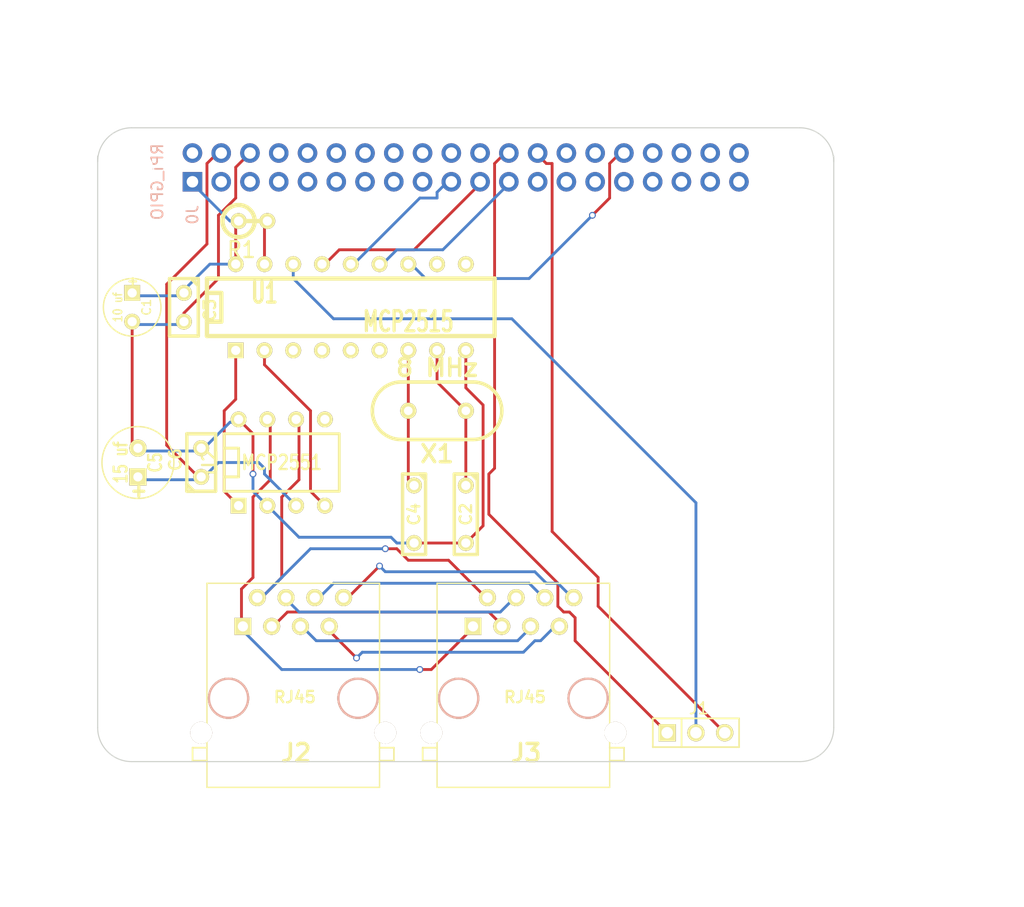
<source format=kicad_pcb>
(kicad_pcb (version 3) (host pcbnew "(2013-june-11)-stable")

  (general
    (links 40)
    (no_connects 0)
    (area 29.28939 20.694 130.847429 101.769)
    (thickness 1.6)
    (drawings 16)
    (tracks 205)
    (zones 0)
    (modules 18)
    (nets 24)
  )

  (page USLetter)
  (title_block 
    (company "Deepwoods Software")
  )

  (layers
    (15 F.Cu signal)
    (0 B.Cu signal)
    (16 B.Adhes user)
    (17 F.Adhes user)
    (18 B.Paste user)
    (19 F.Paste user)
    (20 B.SilkS user)
    (21 F.SilkS user)
    (22 B.Mask user)
    (23 F.Mask user)
    (24 Dwgs.User user)
    (25 Cmts.User user)
    (26 Eco1.User user)
    (27 Eco2.User user)
    (28 Edge.Cuts user)
  )

  (setup
    (last_trace_width 0.25)
    (user_trace_width 0.01)
    (user_trace_width 0.02)
    (user_trace_width 0.05)
    (user_trace_width 0.1)
    (user_trace_width 0.2)
    (trace_clearance 0.2)
    (zone_clearance 0.508)
    (zone_45_only no)
    (trace_min 0.01)
    (segment_width 0.2)
    (edge_width 0.1)
    (via_size 0.6)
    (via_drill 0.4)
    (via_min_size 0.4)
    (via_min_drill 0.3)
    (uvia_size 0.3)
    (uvia_drill 0.1)
    (uvias_allowed no)
    (uvia_min_size 0.2)
    (uvia_min_drill 0.1)
    (pcb_text_width 0.3)
    (pcb_text_size 1.5 1.5)
    (mod_edge_width 0.15)
    (mod_text_size 1 1)
    (mod_text_width 0.15)
    (pad_size 2.75 2.75)
    (pad_drill 2.75)
    (pad_to_mask_clearance 0)
    (aux_axis_origin 0 0)
    (visible_elements 7FFEFFFF)
    (pcbplotparams
      (layerselection 3178497)
      (usegerberextensions false)
      (excludeedgelayer true)
      (linewidth 0.100000)
      (plotframeref false)
      (viasonmask false)
      (mode 1)
      (useauxorigin false)
      (hpglpennumber 1)
      (hpglpenspeed 20)
      (hpglpendiameter 15)
      (hpglpenoverlay 2)
      (psnegative false)
      (psa4output false)
      (plotreference true)
      (plotvalue true)
      (plotothertext true)
      (plotinvisibletext false)
      (padsonsilk false)
      (subtractmaskfromsilk false)
      (outputformat 1)
      (mirror false)
      (drillshape 0)
      (scaleselection 1)
      (outputdirectory meta/))
  )

  (net 0 "")
  (net 1 GND)
  (net 2 N-000001)
  (net 3 N-0000010)
  (net 4 N-0000011)
  (net 5 N-0000012)
  (net 6 N-0000013)
  (net 7 N-0000014)
  (net 8 N-0000015)
  (net 9 N-0000016)
  (net 10 N-0000017)
  (net 11 N-0000018)
  (net 12 N-000002)
  (net 13 N-0000028)
  (net 14 N-0000029)
  (net 15 N-000004)
  (net 16 N-000005)
  (net 17 N-000006)
  (net 18 N-0000060)
  (net 19 N-000007)
  (net 20 N-000008)
  (net 21 N-000009)
  (net 22 VCC)
  (net 23 VDD)

  (net_class Default "This is the default net class."
    (clearance 0.2)
    (trace_width 0.25)
    (via_dia 0.6)
    (via_drill 0.4)
    (uvia_dia 0.3)
    (uvia_drill 0.1)
    (add_net "")
    (add_net GND)
    (add_net N-000001)
    (add_net N-0000010)
    (add_net N-0000011)
    (add_net N-0000012)
    (add_net N-0000013)
    (add_net N-0000014)
    (add_net N-0000015)
    (add_net N-0000016)
    (add_net N-0000017)
    (add_net N-0000018)
    (add_net N-000002)
    (add_net N-0000028)
    (add_net N-0000029)
    (add_net N-000004)
    (add_net N-000005)
    (add_net N-000006)
    (add_net N-0000060)
    (add_net N-000007)
    (add_net N-000008)
    (add_net N-000009)
    (add_net VCC)
    (add_net VDD)
  )

  (module RPi_Hat:Pin_Header_Straight_2x20   locked (layer B.Cu) (tedit 580FA54B) (tstamp 5516AEA0)
    (at 70.601 35.394 90)
    (descr "Through hole pin header")
    (tags "pin header")
    (path /5516AE26)
    (fp_text reference J0 (at -4.191 -24.13 90) (layer B.SilkS)
      (effects (font (size 1 1) (thickness 0.15)) (justify mirror))
    )
    (fp_text value RPi_GPIO (at -1.27 -27.23 90) (layer B.SilkS)
      (effects (font (size 1 1) (thickness 0.15)) (justify mirror))
    )
    (fp_line (start -3.02 -25.88) (end -3.02 25.92) (layer Cmts.User) (width 0.05))
    (fp_line (start 3.03 -25.88) (end 3.03 25.92) (layer Cmts.User) (width 0.05))
    (fp_line (start -3.02 -25.88) (end 3.03 -25.88) (layer Cmts.User) (width 0.05))
    (fp_line (start -3.02 25.92) (end 3.03 25.92) (layer Cmts.User) (width 0.05))
    (fp_line (start 2.54 25.4) (end 2.54 -25.4) (layer Cmts.User) (width 0.15))
    (fp_line (start -2.54 -22.86) (end -2.54 25.4) (layer Cmts.User) (width 0.15))
    (fp_line (start 2.54 25.4) (end -2.54 25.4) (layer Cmts.User) (width 0.15))
    (fp_line (start 2.54 -25.4) (end 0 -25.4) (layer Cmts.User) (width 0.15))
    (fp_line (start -1.27 -25.68) (end -2.82 -25.68) (layer Cmts.User) (width 0.15))
    (fp_line (start 0 -25.4) (end 0 -22.86) (layer Cmts.User) (width 0.15))
    (fp_line (start 0 -22.86) (end -2.54 -22.86) (layer Cmts.User) (width 0.15))
    (fp_line (start -2.82 -25.68) (end -2.82 -24.13) (layer Cmts.User) (width 0.15))
    (pad 1 thru_hole rect (at -1.27 -24.13 90) (size 1.7272 1.7272) (drill 1.016)
      (layers *.Cu *.Mask)
      (net 23 VDD)
    )
    (pad 2 thru_hole oval (at 1.27 -24.13 90) (size 1.7272 1.7272) (drill 1.016)
      (layers *.Cu *.Mask)
    )
    (pad 3 thru_hole oval (at -1.27 -21.59 90) (size 1.7272 1.7272) (drill 1.016)
      (layers *.Cu *.Mask)
    )
    (pad 4 thru_hole oval (at 1.27 -21.59 90) (size 1.7272 1.7272) (drill 1.016)
      (layers *.Cu *.Mask)
      (net 22 VCC)
    )
    (pad 5 thru_hole oval (at -1.27 -19.05 90) (size 1.7272 1.7272) (drill 1.016)
      (layers *.Cu *.Mask)
    )
    (pad 6 thru_hole oval (at 1.27 -19.05 90) (size 1.7272 1.7272) (drill 1.016)
      (layers *.Cu *.Mask)
      (net 1 GND)
    )
    (pad 7 thru_hole oval (at -1.27 -16.51 90) (size 1.7272 1.7272) (drill 1.016)
      (layers *.Cu *.Mask)
    )
    (pad 8 thru_hole oval (at 1.27 -16.51 90) (size 1.7272 1.7272) (drill 1.016)
      (layers *.Cu *.Mask)
    )
    (pad 9 thru_hole oval (at -1.27 -13.97 90) (size 1.7272 1.7272) (drill 1.016)
      (layers *.Cu *.Mask)
    )
    (pad 10 thru_hole oval (at 1.27 -13.97 90) (size 1.7272 1.7272) (drill 1.016)
      (layers *.Cu *.Mask)
    )
    (pad 11 thru_hole oval (at -1.27 -11.43 90) (size 1.7272 1.7272) (drill 1.016)
      (layers *.Cu *.Mask)
    )
    (pad 12 thru_hole oval (at 1.27 -11.43 90) (size 1.7272 1.7272) (drill 1.016)
      (layers *.Cu *.Mask)
    )
    (pad 13 thru_hole oval (at -1.27 -8.89 90) (size 1.7272 1.7272) (drill 1.016)
      (layers *.Cu *.Mask)
    )
    (pad 14 thru_hole oval (at 1.27 -8.89 90) (size 1.7272 1.7272) (drill 1.016)
      (layers *.Cu *.Mask)
    )
    (pad 15 thru_hole oval (at -1.27 -6.35 90) (size 1.7272 1.7272) (drill 1.016)
      (layers *.Cu *.Mask)
    )
    (pad 16 thru_hole oval (at 1.27 -6.35 90) (size 1.7272 1.7272) (drill 1.016)
      (layers *.Cu *.Mask)
    )
    (pad 17 thru_hole oval (at -1.27 -3.81 90) (size 1.7272 1.7272) (drill 1.016)
      (layers *.Cu *.Mask)
    )
    (pad 18 thru_hole oval (at 1.27 -3.81 90) (size 1.7272 1.7272) (drill 1.016)
      (layers *.Cu *.Mask)
    )
    (pad 19 thru_hole oval (at -1.27 -1.27 90) (size 1.7272 1.7272) (drill 1.016)
      (layers *.Cu *.Mask)
      (net 9 N-0000016)
    )
    (pad 20 thru_hole oval (at 1.27 -1.27 90) (size 1.7272 1.7272) (drill 1.016)
      (layers *.Cu *.Mask)
    )
    (pad 21 thru_hole oval (at -1.27 1.27 90) (size 1.7272 1.7272) (drill 1.016)
      (layers *.Cu *.Mask)
      (net 10 N-0000017)
    )
    (pad 22 thru_hole oval (at 1.27 1.27 90) (size 1.7272 1.7272) (drill 1.016)
      (layers *.Cu *.Mask)
    )
    (pad 23 thru_hole oval (at -1.27 3.81 90) (size 1.7272 1.7272) (drill 1.016)
      (layers *.Cu *.Mask)
      (net 8 N-0000015)
    )
    (pad 24 thru_hole oval (at 1.27 3.81 90) (size 1.7272 1.7272) (drill 1.016)
      (layers *.Cu *.Mask)
      (net 17 N-000006)
    )
    (pad 25 thru_hole oval (at -1.27 6.35 90) (size 1.7272 1.7272) (drill 1.016)
      (layers *.Cu *.Mask)
    )
    (pad 26 thru_hole oval (at 1.27 6.35 90) (size 1.7272 1.7272) (drill 1.016)
      (layers *.Cu *.Mask)
      (net 16 N-000005)
    )
    (pad 27 thru_hole oval (at -1.27 8.89 90) (size 1.7272 1.7272) (drill 1.016)
      (layers *.Cu *.Mask)
    )
    (pad 28 thru_hole oval (at 1.27 8.89 90) (size 1.7272 1.7272) (drill 1.016)
      (layers *.Cu *.Mask)
    )
    (pad 29 thru_hole oval (at -1.27 11.43 90) (size 1.7272 1.7272) (drill 1.016)
      (layers *.Cu *.Mask)
    )
    (pad 30 thru_hole oval (at 1.27 11.43 90) (size 1.7272 1.7272) (drill 1.016)
      (layers *.Cu *.Mask)
    )
    (pad 31 thru_hole oval (at -1.27 13.97 90) (size 1.7272 1.7272) (drill 1.016)
      (layers *.Cu *.Mask)
    )
    (pad 32 thru_hole oval (at 1.27 13.97 90) (size 1.7272 1.7272) (drill 1.016)
      (layers *.Cu *.Mask)
      (net 15 N-000004)
    )
    (pad 33 thru_hole oval (at -1.27 16.51 90) (size 1.7272 1.7272) (drill 1.016)
      (layers *.Cu *.Mask)
    )
    (pad 34 thru_hole oval (at 1.27 16.51 90) (size 1.7272 1.7272) (drill 1.016)
      (layers *.Cu *.Mask)
    )
    (pad 35 thru_hole oval (at -1.27 19.05 90) (size 1.7272 1.7272) (drill 1.016)
      (layers *.Cu *.Mask)
    )
    (pad 36 thru_hole oval (at 1.27 19.05 90) (size 1.7272 1.7272) (drill 1.016)
      (layers *.Cu *.Mask)
    )
    (pad 37 thru_hole oval (at -1.27 21.59 90) (size 1.7272 1.7272) (drill 1.016)
      (layers *.Cu *.Mask)
    )
    (pad 38 thru_hole oval (at 1.27 21.59 90) (size 1.7272 1.7272) (drill 1.016)
      (layers *.Cu *.Mask)
    )
    (pad 39 thru_hole oval (at -1.27 24.13 90) (size 1.7272 1.7272) (drill 1.016)
      (layers *.Cu *.Mask)
    )
    (pad 40 thru_hole oval (at 1.27 24.13 90) (size 1.7272 1.7272) (drill 1.016)
      (layers *.Cu *.Mask)
    )
    (model Pin_Headers.3dshapes/Pin_Header_Straight_2x20.wrl
      (at (xyz 0 0 0))
      (scale (xyz 1 1 1))
      (rotate (xyz 0 0 90))
    )
  )

  (module RPi_Hat:RPi_Hat_Mounting_Hole   locked (layer B.Cu) (tedit 580FABD5) (tstamp 5515DEA9)
    (at 99.601 35.394)
    (descr "Mounting hole, Befestigungsbohrung, 2,7mm, No Annular, Kein Restring,")
    (tags "Mounting hole, Befestigungsbohrung, 2,7mm, No Annular, Kein Restring,")
    (fp_text reference H2 (at 0 -4.0005) (layer B.SilkS) hide
      (effects (font (size 1 1) (thickness 0.15)) (justify mirror))
    )
    (fp_text value "" (at 0.09906 3.59918) (layer B.SilkS) hide
      (effects (font (size 1 1) (thickness 0.15)) (justify mirror))
    )
    (fp_circle (center 0 0) (end 1.375 0) (layer Cmts.User) (width 0.15))
    (fp_circle (center 0 0) (end 3.1 0) (layer Cmts.User) (width 0.15))
    (fp_circle (center 0 0) (end 3.1 0) (layer Cmts.User) (width 0.15))
    (fp_circle (center 0 0) (end 1.375 0) (layer Cmts.User) (width 0.15))
    (fp_circle (center 0 0) (end 3.1 0) (layer Cmts.User) (width 0.15))
    (fp_circle (center 0 0) (end 3.1 0) (layer Cmts.User) (width 0.15))
    (pad "" np_thru_hole circle (at 0 0) (size 2.75 2.75) (drill 2.75)
      (layers *.Cu *.Mask)
      (solder_mask_margin 1.725)
      (clearance 1.725)
    )
  )

  (module RPi_Hat:RPi_Hat_Mounting_Hole   locked (layer B.Cu) (tedit 580FABF4) (tstamp 55169DC9)
    (at 99.601 84.394)
    (descr "Mounting hole, Befestigungsbohrung, 2,7mm, No Annular, Kein Restring,")
    (tags "Mounting hole, Befestigungsbohrung, 2,7mm, No Annular, Kein Restring,")
    (fp_text reference H4 (at 0 -4.0005) (layer B.SilkS) hide
      (effects (font (size 1 1) (thickness 0.15)) (justify mirror))
    )
    (fp_text value "" (at 0.09906 3.59918) (layer B.SilkS) hide
      (effects (font (size 1 1) (thickness 0.15)) (justify mirror))
    )
    (fp_circle (center 0 0) (end 1.375 0) (layer Cmts.User) (width 0.15))
    (fp_circle (center 0 0) (end 3.1 0) (layer Cmts.User) (width 0.15))
    (fp_circle (center 0 0) (end 3.1 0) (layer Cmts.User) (width 0.15))
    (fp_circle (center 0 0) (end 1.375 0) (layer Cmts.User) (width 0.15))
    (fp_circle (center 0 0) (end 3.1 0) (layer Cmts.User) (width 0.15))
    (fp_circle (center 0 0) (end 3.1 0) (layer Cmts.User) (width 0.15))
    (pad "" np_thru_hole circle (at 0 0) (size 2.75 2.75) (drill 2.75)
      (layers *.Cu *.Mask)
      (solder_mask_margin 1.725)
      (clearance 1.725)
    )
  )

  (module RPi_Hat:RPi_Hat_Mounting_Hole   locked (layer B.Cu) (tedit 580FABE5) (tstamp 5515DECC)
    (at 41.601 84.394)
    (descr "Mounting hole, Befestigungsbohrung, 2,7mm, No Annular, Kein Restring,")
    (tags "Mounting hole, Befestigungsbohrung, 2,7mm, No Annular, Kein Restring,")
    (fp_text reference H3 (at 0 -4.0005) (layer B.SilkS) hide
      (effects (font (size 1 1) (thickness 0.15)) (justify mirror))
    )
    (fp_text value "" (at 0.09906 3.59918) (layer B.SilkS) hide
      (effects (font (size 1 1) (thickness 0.15)) (justify mirror))
    )
    (fp_circle (center 0 0) (end 1.375 0) (layer Cmts.User) (width 0.15))
    (fp_circle (center 0 0) (end 3.1 0) (layer Cmts.User) (width 0.15))
    (fp_circle (center 0 0) (end 3.1 0) (layer Cmts.User) (width 0.15))
    (fp_circle (center 0 0) (end 1.375 0) (layer Cmts.User) (width 0.15))
    (fp_circle (center 0 0) (end 3.1 0) (layer Cmts.User) (width 0.15))
    (fp_circle (center 0 0) (end 3.1 0) (layer Cmts.User) (width 0.15))
    (pad "" np_thru_hole circle (at 0 0) (size 2.75 2.75) (drill 2.75)
      (layers *.Cu *.Mask)
      (solder_mask_margin 1.725)
      (clearance 1.725)
    )
  )

  (module RPi_Hat:RPi_Hat_Mounting_Hole   locked (layer B.Cu) (tedit 580FABC5) (tstamp 5515DEBF)
    (at 41.601 35.394)
    (descr "Mounting hole, Befestigungsbohrung, 2,7mm, No Annular, Kein Restring,")
    (tags "Mounting hole, Befestigungsbohrung, 2,7mm, No Annular, Kein Restring,")
    (fp_text reference H1 (at 0 -4.0005) (layer B.SilkS) hide
      (effects (font (size 1 1) (thickness 0.15)) (justify mirror))
    )
    (fp_text value "" (at 0.09906 3.59918) (layer B.SilkS) hide
      (effects (font (size 1 1) (thickness 0.15)) (justify mirror))
    )
    (fp_circle (center 0 0) (end 1.375 0) (layer Cmts.User) (width 0.15))
    (fp_circle (center 0 0) (end 3.1 0) (layer Cmts.User) (width 0.15))
    (fp_circle (center 0 0) (end 3.1 0) (layer Cmts.User) (width 0.15))
    (fp_circle (center 0 0) (end 1.375 0) (layer Cmts.User) (width 0.15))
    (fp_circle (center 0 0) (end 3.1 0) (layer Cmts.User) (width 0.15))
    (fp_circle (center 0 0) (end 3.1 0) (layer Cmts.User) (width 0.15))
    (pad "" np_thru_hole circle (at 0 0) (size 2.75 2.75) (drill 2.75)
      (layers *.Cu *.Mask)
      (solder_mask_margin 1.725)
      (clearance 1.725)
    )
  )

  (module R1 (layer F.Cu) (tedit 200000) (tstamp 58F90F6F)
    (at 51.816 40.132)
    (descr "Resistance verticale")
    (tags R)
    (path /58F8C5D7)
    (autoplace_cost90 10)
    (autoplace_cost180 10)
    (fp_text reference R1 (at -1.016 2.54) (layer F.SilkS)
      (effects (font (size 1.397 1.27) (thickness 0.2032)))
    )
    (fp_text value "10K Ohms" (at -1.143 2.54) (layer F.SilkS) hide
      (effects (font (size 1.397 1.27) (thickness 0.2032)))
    )
    (fp_line (start -1.27 0) (end 1.27 0) (layer F.SilkS) (width 0.381))
    (fp_circle (center -1.27 0) (end -0.635 1.27) (layer F.SilkS) (width 0.381))
    (pad 1 thru_hole circle (at -1.27 0) (size 1.397 1.397) (drill 0.8128)
      (layers *.Cu *.Mask F.SilkS)
      (net 23 VDD)
    )
    (pad 2 thru_hole circle (at 1.27 0) (size 1.397 1.397) (drill 0.8128)
      (layers *.Cu *.Mask F.SilkS)
      (net 18 N-0000060)
    )
    (model discret/verti_resistor.wrl
      (at (xyz 0 0 0))
      (scale (xyz 1 1 1))
      (rotate (xyz 0 0 0))
    )
  )

  (module PIN_ARRAY_3X1 (layer F.Cu) (tedit 4C1130E0) (tstamp 58F90F7B)
    (at 90.932 85.344)
    (descr "Connecteur 3 pins")
    (tags "CONN DEV")
    (path /58F8C62A)
    (fp_text reference J1 (at 0.254 -2.159) (layer F.SilkS)
      (effects (font (size 1.016 1.016) (thickness 0.1524)))
    )
    (fp_text value "SPI Select" (at 0 -2.159) (layer F.SilkS) hide
      (effects (font (size 1.016 1.016) (thickness 0.1524)))
    )
    (fp_line (start -3.81 1.27) (end -3.81 -1.27) (layer F.SilkS) (width 0.1524))
    (fp_line (start -3.81 -1.27) (end 3.81 -1.27) (layer F.SilkS) (width 0.1524))
    (fp_line (start 3.81 -1.27) (end 3.81 1.27) (layer F.SilkS) (width 0.1524))
    (fp_line (start 3.81 1.27) (end -3.81 1.27) (layer F.SilkS) (width 0.1524))
    (fp_line (start -1.27 -1.27) (end -1.27 1.27) (layer F.SilkS) (width 0.1524))
    (pad 1 thru_hole rect (at -2.54 0) (size 1.524 1.524) (drill 1.016)
      (layers *.Cu *.Mask F.SilkS)
      (net 17 N-000006)
    )
    (pad 2 thru_hole circle (at 0 0) (size 1.524 1.524) (drill 1.016)
      (layers *.Cu *.Mask F.SilkS)
      (net 19 N-000007)
    )
    (pad 3 thru_hole circle (at 2.54 0) (size 1.524 1.524) (drill 1.016)
      (layers *.Cu *.Mask F.SilkS)
      (net 16 N-000005)
    )
    (model pin_array/pins_array_3x1.wrl
      (at (xyz 0 0 0))
      (scale (xyz 1 1 1))
      (rotate (xyz 0 0 0))
    )
  )

  (module HC-49V (layer F.Cu) (tedit 4C5EC450) (tstamp 58F90F87)
    (at 68.072 56.896 180)
    (descr "Quartz boitier HC-49 Vertical")
    (tags "QUARTZ DEV")
    (path /58F8C85A)
    (autoplace_cost180 10)
    (fp_text reference X1 (at 0 -3.81 180) (layer F.SilkS)
      (effects (font (size 1.524 1.524) (thickness 0.3048)))
    )
    (fp_text value "8 MHz" (at 0 3.81 180) (layer F.SilkS)
      (effects (font (size 1.524 1.524) (thickness 0.3048)))
    )
    (fp_line (start -3.175 2.54) (end 3.175 2.54) (layer F.SilkS) (width 0.3175))
    (fp_line (start -3.175 -2.54) (end 3.175 -2.54) (layer F.SilkS) (width 0.3175))
    (fp_arc (start 3.175 0) (end 3.175 -2.54) (angle 90) (layer F.SilkS) (width 0.3175))
    (fp_arc (start 3.175 0) (end 5.715 0) (angle 90) (layer F.SilkS) (width 0.3175))
    (fp_arc (start -3.175 0) (end -5.715 0) (angle 90) (layer F.SilkS) (width 0.3175))
    (fp_arc (start -3.175 0) (end -3.175 2.54) (angle 90) (layer F.SilkS) (width 0.3175))
    (pad 1 thru_hole circle (at -2.54 0 180) (size 1.4224 1.4224) (drill 0.762)
      (layers *.Cu *.Mask F.SilkS)
      (net 2 N-000001)
    )
    (pad 2 thru_hole circle (at 2.54 0 180) (size 1.4224 1.4224) (drill 0.762)
      (layers *.Cu *.Mask F.SilkS)
      (net 12 N-000002)
    )
    (model discret/xtal/crystal_hc18u_vertical.wrl
      (at (xyz 0 0 0))
      (scale (xyz 1 1 0.2))
      (rotate (xyz 0 0 0))
    )
  )

  (module DIP-8__300 (layer F.Cu) (tedit 58F913F3) (tstamp 58F913DE)
    (at 54.356 61.468)
    (descr "8 pins DIL package, round pads")
    (tags DIL)
    (path /58F8C41A)
    (fp_text reference U2 (at -6.35 0 90) (layer F.SilkS)
      (effects (font (size 1.27 1.143) (thickness 0.2032)))
    )
    (fp_text value MCP2551 (at 0 0) (layer F.SilkS)
      (effects (font (size 1.27 1.016) (thickness 0.2032)))
    )
    (fp_line (start -5.08 -1.27) (end -3.81 -1.27) (layer F.SilkS) (width 0.254))
    (fp_line (start -3.81 -1.27) (end -3.81 1.27) (layer F.SilkS) (width 0.254))
    (fp_line (start -3.81 1.27) (end -5.08 1.27) (layer F.SilkS) (width 0.254))
    (fp_line (start -5.08 -2.54) (end 5.08 -2.54) (layer F.SilkS) (width 0.254))
    (fp_line (start 5.08 -2.54) (end 5.08 2.54) (layer F.SilkS) (width 0.254))
    (fp_line (start 5.08 2.54) (end -5.08 2.54) (layer F.SilkS) (width 0.254))
    (fp_line (start -5.08 2.54) (end -5.08 -2.54) (layer F.SilkS) (width 0.254))
    (pad 1 thru_hole rect (at -3.81 3.81) (size 1.397 1.397) (drill 0.8128)
      (layers *.Cu *.Mask F.SilkS)
      (net 13 N-0000028)
    )
    (pad 2 thru_hole circle (at -1.27 3.81) (size 1.397 1.397) (drill 0.8128)
      (layers *.Cu *.Mask F.SilkS)
      (net 1 GND)
    )
    (pad 3 thru_hole circle (at 1.27 3.81) (size 1.397 1.397) (drill 0.8128)
      (layers *.Cu *.Mask F.SilkS)
      (net 22 VCC)
    )
    (pad 4 thru_hole circle (at 3.81 3.81) (size 1.397 1.397) (drill 0.8128)
      (layers *.Cu *.Mask F.SilkS)
      (net 14 N-0000029)
    )
    (pad 5 thru_hole circle (at 3.81 -3.81) (size 1.397 1.397) (drill 0.8128)
      (layers *.Cu *.Mask F.SilkS)
    )
    (pad 6 thru_hole circle (at 1.27 -3.81) (size 1.397 1.397) (drill 0.8128)
      (layers *.Cu *.Mask F.SilkS)
      (net 20 N-000008)
    )
    (pad 7 thru_hole circle (at -1.27 -3.81) (size 1.397 1.397) (drill 0.8128)
      (layers *.Cu *.Mask F.SilkS)
      (net 11 N-0000018)
    )
    (pad 8 thru_hole circle (at -3.81 -3.81) (size 1.397 1.397) (drill 0.8128)
      (layers *.Cu *.Mask F.SilkS)
      (net 1 GND)
    )
    (model dil/dil_8.wrl
      (at (xyz 0 0 0))
      (scale (xyz 1 1 1))
      (rotate (xyz 0 0 0))
    )
  )

  (module DIP-18__300 (layer F.Cu) (tedit 200000) (tstamp 58F90FB7)
    (at 60.452 47.752)
    (descr "8 pins DIL package, round pads")
    (path /58F8C405)
    (fp_text reference U1 (at -7.62 -1.27) (layer F.SilkS)
      (effects (font (size 1.778 1.143) (thickness 0.3048)))
    )
    (fp_text value MCP2515 (at 5.08 1.27) (layer F.SilkS)
      (effects (font (size 1.778 1.143) (thickness 0.3048)))
    )
    (fp_line (start -12.7 -1.27) (end -11.43 -1.27) (layer F.SilkS) (width 0.381))
    (fp_line (start -11.43 -1.27) (end -11.43 1.27) (layer F.SilkS) (width 0.381))
    (fp_line (start -11.43 1.27) (end -12.7 1.27) (layer F.SilkS) (width 0.381))
    (fp_line (start -12.7 -2.54) (end 12.7 -2.54) (layer F.SilkS) (width 0.381))
    (fp_line (start 12.7 -2.54) (end 12.7 2.54) (layer F.SilkS) (width 0.381))
    (fp_line (start 12.7 2.54) (end -12.7 2.54) (layer F.SilkS) (width 0.381))
    (fp_line (start -12.7 2.54) (end -12.7 -2.54) (layer F.SilkS) (width 0.381))
    (pad 1 thru_hole rect (at -10.16 3.81) (size 1.397 1.397) (drill 0.8128)
      (layers *.Cu *.Mask F.SilkS)
      (net 13 N-0000028)
    )
    (pad 2 thru_hole circle (at -7.62 3.81) (size 1.397 1.397) (drill 0.8128)
      (layers *.Cu *.Mask F.SilkS)
      (net 14 N-0000029)
    )
    (pad 3 thru_hole circle (at -5.08 3.81) (size 1.397 1.397) (drill 0.8128)
      (layers *.Cu *.Mask F.SilkS)
    )
    (pad 4 thru_hole circle (at -2.54 3.81) (size 1.397 1.397) (drill 0.8128)
      (layers *.Cu *.Mask F.SilkS)
    )
    (pad 5 thru_hole circle (at 0 3.81) (size 1.397 1.397) (drill 0.8128)
      (layers *.Cu *.Mask F.SilkS)
    )
    (pad 6 thru_hole circle (at 2.54 3.81) (size 1.397 1.397) (drill 0.8128)
      (layers *.Cu *.Mask F.SilkS)
    )
    (pad 7 thru_hole circle (at 5.08 3.81) (size 1.397 1.397) (drill 0.8128)
      (layers *.Cu *.Mask F.SilkS)
      (net 12 N-000002)
    )
    (pad 8 thru_hole circle (at 7.62 3.81) (size 1.397 1.397) (drill 0.8128)
      (layers *.Cu *.Mask F.SilkS)
      (net 2 N-000001)
    )
    (pad 9 thru_hole circle (at 10.16 3.81) (size 1.397 1.397) (drill 0.8128)
      (layers *.Cu *.Mask F.SilkS)
      (net 1 GND)
    )
    (pad 10 thru_hole circle (at 10.16 -3.81) (size 1.397 1.397) (drill 0.8128)
      (layers *.Cu *.Mask F.SilkS)
    )
    (pad 11 thru_hole circle (at 7.62 -3.81) (size 1.397 1.397) (drill 0.8128)
      (layers *.Cu *.Mask F.SilkS)
    )
    (pad 12 thru_hole circle (at 5.08 -3.81) (size 1.397 1.397) (drill 0.8128)
      (layers *.Cu *.Mask F.SilkS)
      (net 15 N-000004)
    )
    (pad 13 thru_hole circle (at 2.54 -3.81) (size 1.397 1.397) (drill 0.8128)
      (layers *.Cu *.Mask F.SilkS)
      (net 8 N-0000015)
    )
    (pad 14 thru_hole circle (at 0 -3.81) (size 1.397 1.397) (drill 0.8128)
      (layers *.Cu *.Mask F.SilkS)
      (net 9 N-0000016)
    )
    (pad 15 thru_hole circle (at -2.54 -3.81) (size 1.397 1.397) (drill 0.8128)
      (layers *.Cu *.Mask F.SilkS)
      (net 10 N-0000017)
    )
    (pad 16 thru_hole circle (at -5.08 -3.81) (size 1.397 1.397) (drill 0.8128)
      (layers *.Cu *.Mask F.SilkS)
      (net 19 N-000007)
    )
    (pad 17 thru_hole circle (at -7.62 -3.81) (size 1.397 1.397) (drill 0.8128)
      (layers *.Cu *.Mask F.SilkS)
      (net 18 N-0000060)
    )
    (pad 18 thru_hole circle (at -10.16 -3.81) (size 1.397 1.397) (drill 0.8128)
      (layers *.Cu *.Mask F.SilkS)
      (net 23 VDD)
    )
    (model dil/dil_18.wrl
      (at (xyz 0 0 0))
      (scale (xyz 1 1 1))
      (rotate (xyz 0 0 0))
    )
  )

  (module C2 (layer F.Cu) (tedit 58F914E7) (tstamp 58F90FC2)
    (at 70.612 66.04 270)
    (descr "Condensateur = 2 pas")
    (tags C)
    (path /58F8C8BA)
    (fp_text reference C2 (at 0 0 270) (layer F.SilkS)
      (effects (font (size 1.016 1.016) (thickness 0.2032)))
    )
    (fp_text value "22 pf" (at 0 0 270) (layer F.SilkS) hide
      (effects (font (size 1.016 1.016) (thickness 0.2032)))
    )
    (fp_line (start -3.556 -1.016) (end 3.556 -1.016) (layer F.SilkS) (width 0.3048))
    (fp_line (start 3.556 -1.016) (end 3.556 1.016) (layer F.SilkS) (width 0.3048))
    (fp_line (start 3.556 1.016) (end -3.556 1.016) (layer F.SilkS) (width 0.3048))
    (fp_line (start -3.556 1.016) (end -3.556 -1.016) (layer F.SilkS) (width 0.3048))
    (fp_line (start -3.556 -0.508) (end -3.048 -1.016) (layer F.SilkS) (width 0.3048))
    (pad 1 thru_hole circle (at -2.54 0 270) (size 1.397 1.397) (drill 0.8128)
      (layers *.Cu *.Mask F.SilkS)
      (net 2 N-000001)
    )
    (pad 2 thru_hole circle (at 2.54 0 270) (size 1.397 1.397) (drill 0.8128)
      (layers *.Cu *.Mask F.SilkS)
      (net 1 GND)
    )
    (model discret/capa_2pas_5x5mm.wrl
      (at (xyz 0 0 0))
      (scale (xyz 1 1 1))
      (rotate (xyz 0 0 0))
    )
  )

  (module C2 (layer F.Cu) (tedit 200000) (tstamp 58F90FCD)
    (at 66.04 66.04 270)
    (descr "Condensateur = 2 pas")
    (tags C)
    (path /58F8C8D3)
    (fp_text reference C4 (at 0 0 270) (layer F.SilkS)
      (effects (font (size 1.016 1.016) (thickness 0.2032)))
    )
    (fp_text value "22 pf" (at 0 0 270) (layer F.SilkS) hide
      (effects (font (size 1.016 1.016) (thickness 0.2032)))
    )
    (fp_line (start -3.556 -1.016) (end 3.556 -1.016) (layer F.SilkS) (width 0.3048))
    (fp_line (start 3.556 -1.016) (end 3.556 1.016) (layer F.SilkS) (width 0.3048))
    (fp_line (start 3.556 1.016) (end -3.556 1.016) (layer F.SilkS) (width 0.3048))
    (fp_line (start -3.556 1.016) (end -3.556 -1.016) (layer F.SilkS) (width 0.3048))
    (fp_line (start -3.556 -0.508) (end -3.048 -1.016) (layer F.SilkS) (width 0.3048))
    (pad 1 thru_hole circle (at -2.54 0 270) (size 1.397 1.397) (drill 0.8128)
      (layers *.Cu *.Mask F.SilkS)
      (net 12 N-000002)
    )
    (pad 2 thru_hole circle (at 2.54 0 270) (size 1.397 1.397) (drill 0.8128)
      (layers *.Cu *.Mask F.SilkS)
      (net 1 GND)
    )
    (model discret/capa_2pas_5x5mm.wrl
      (at (xyz 0 0 0))
      (scale (xyz 1 1 1))
      (rotate (xyz 0 0 0))
    )
  )

  (module C1V7 (layer F.Cu) (tedit 200000) (tstamp 58F90FD5)
    (at 41.656 61.468 90)
    (path /58F8C768)
    (fp_text reference C5 (at 0 1.524 90) (layer F.SilkS)
      (effects (font (size 1.143 0.889) (thickness 0.2032)))
    )
    (fp_text value "15 uf" (at 0 -1.524 90) (layer F.SilkS)
      (effects (font (size 1.143 0.889) (thickness 0.2032)))
    )
    (fp_text user + (at -2.54 0 90) (layer F.SilkS)
      (effects (font (size 1.143 1.143) (thickness 0.3048)))
    )
    (fp_circle (center 0 0) (end 3.175 0) (layer F.SilkS) (width 0.127))
    (pad 1 thru_hole rect (at -1.27 0 90) (size 1.524 1.524) (drill 0.8128)
      (layers *.Cu *.Mask F.SilkS)
      (net 22 VCC)
    )
    (pad 2 thru_hole circle (at 1.27 0 90) (size 1.524 1.524) (drill 0.8128)
      (layers *.Cu *.Mask F.SilkS)
      (net 1 GND)
    )
    (model discret/c_vert_c1v7.wrl
      (at (xyz 0 0 0))
      (scale (xyz 1 1 1))
      (rotate (xyz 0 0 0))
    )
  )

  (module C1V5 (layer F.Cu) (tedit 3E070CF4) (tstamp 58F90FDD)
    (at 41.148 47.752 270)
    (descr "Condensateur e = 1 pas")
    (tags C)
    (path /58F8C71E)
    (fp_text reference C1 (at 0 -1.26746 270) (layer F.SilkS)
      (effects (font (size 0.762 0.762) (thickness 0.127)))
    )
    (fp_text value "10 uf" (at 0 1.27 270) (layer F.SilkS)
      (effects (font (size 0.762 0.635) (thickness 0.127)))
    )
    (fp_text user + (at -2.286 0 270) (layer F.SilkS)
      (effects (font (size 0.762 0.762) (thickness 0.2032)))
    )
    (fp_circle (center 0 0) (end 0.127 -2.54) (layer F.SilkS) (width 0.127))
    (pad 1 thru_hole rect (at -1.27 0 270) (size 1.397 1.397) (drill 0.8128)
      (layers *.Cu *.Mask F.SilkS)
      (net 23 VDD)
    )
    (pad 2 thru_hole circle (at 1.27 0 270) (size 1.397 1.397) (drill 0.8128)
      (layers *.Cu *.Mask F.SilkS)
      (net 1 GND)
    )
    (model discret/c_vert_c1v5.wrl
      (at (xyz 0 0 0))
      (scale (xyz 1 1 1))
      (rotate (xyz 0 0 0))
    )
  )

  (module C1 (layer F.Cu) (tedit 3F92C496) (tstamp 58F90FE8)
    (at 45.72 47.752 270)
    (descr "Condensateur e = 1 pas")
    (tags C)
    (path /58F8C6B8)
    (fp_text reference C3 (at 0.254 -2.286 270) (layer F.SilkS)
      (effects (font (size 1.016 1.016) (thickness 0.2032)))
    )
    (fp_text value ".1 uf" (at 0 -2.286 270) (layer F.SilkS) hide
      (effects (font (size 1.016 1.016) (thickness 0.2032)))
    )
    (fp_line (start -2.4892 -1.27) (end 2.54 -1.27) (layer F.SilkS) (width 0.3048))
    (fp_line (start 2.54 -1.27) (end 2.54 1.27) (layer F.SilkS) (width 0.3048))
    (fp_line (start 2.54 1.27) (end -2.54 1.27) (layer F.SilkS) (width 0.3048))
    (fp_line (start -2.54 1.27) (end -2.54 -1.27) (layer F.SilkS) (width 0.3048))
    (fp_line (start -2.54 -0.635) (end -1.905 -1.27) (layer F.SilkS) (width 0.3048))
    (pad 1 thru_hole circle (at -1.27 0 270) (size 1.397 1.397) (drill 0.8128)
      (layers *.Cu *.Mask F.SilkS)
      (net 23 VDD)
    )
    (pad 2 thru_hole circle (at 1.27 0 270) (size 1.397 1.397) (drill 0.8128)
      (layers *.Cu *.Mask F.SilkS)
      (net 1 GND)
    )
    (model discret/capa_1_pas.wrl
      (at (xyz 0 0 0))
      (scale (xyz 1 1 1))
      (rotate (xyz 0 0 0))
    )
  )

  (module C1 (layer F.Cu) (tedit 3F92C496) (tstamp 58F90FF3)
    (at 47.244 61.468 90)
    (descr "Condensateur e = 1 pas")
    (tags C)
    (path /58F8C777)
    (fp_text reference C6 (at 0.254 -2.286 90) (layer F.SilkS)
      (effects (font (size 1.016 1.016) (thickness 0.2032)))
    )
    (fp_text value ".1 uf" (at 0 -2.286 90) (layer F.SilkS) hide
      (effects (font (size 1.016 1.016) (thickness 0.2032)))
    )
    (fp_line (start -2.4892 -1.27) (end 2.54 -1.27) (layer F.SilkS) (width 0.3048))
    (fp_line (start 2.54 -1.27) (end 2.54 1.27) (layer F.SilkS) (width 0.3048))
    (fp_line (start 2.54 1.27) (end -2.54 1.27) (layer F.SilkS) (width 0.3048))
    (fp_line (start -2.54 1.27) (end -2.54 -1.27) (layer F.SilkS) (width 0.3048))
    (fp_line (start -2.54 -0.635) (end -1.905 -1.27) (layer F.SilkS) (width 0.3048))
    (pad 1 thru_hole circle (at -1.27 0 90) (size 1.397 1.397) (drill 0.8128)
      (layers *.Cu *.Mask F.SilkS)
      (net 22 VCC)
    )
    (pad 2 thru_hole circle (at 1.27 0 90) (size 1.397 1.397) (drill 0.8128)
      (layers *.Cu *.Mask F.SilkS)
      (net 1 GND)
    )
    (model discret/capa_1_pas.wrl
      (at (xyz 0 0 0))
      (scale (xyz 1 1 1))
      (rotate (xyz 0 0 0))
    )
  )

  (module RJ45_8 (layer F.Cu) (tedit 4745DA96) (tstamp 58FA24FE)
    (at 55.372 82.296)
    (tags RJ45)
    (path /58F8C44A)
    (fp_text reference J2 (at 0.254 4.826) (layer F.SilkS)
      (effects (font (size 1.524 1.524) (thickness 0.3048)))
    )
    (fp_text value RJ45 (at 0.14224 -0.1016) (layer F.SilkS)
      (effects (font (size 1.00076 1.00076) (thickness 0.2032)))
    )
    (fp_line (start -7.62 5.5118) (end -8.89 5.5118) (layer F.SilkS) (width 0.15))
    (fp_line (start -8.89 5.5118) (end -8.89 4.3688) (layer F.SilkS) (width 0.15))
    (fp_line (start -8.89 4.3688) (end -7.62 4.3688) (layer F.SilkS) (width 0.15))
    (fp_line (start 7.62 5.5118) (end 8.89 5.5118) (layer F.SilkS) (width 0.15))
    (fp_line (start 8.89 5.5118) (end 8.89 4.3688) (layer F.SilkS) (width 0.15))
    (fp_line (start 8.89 4.3688) (end 7.62 4.3688) (layer F.SilkS) (width 0.15))
    (fp_line (start -7.62 7.874) (end 7.62 7.874) (layer F.SilkS) (width 0.127))
    (fp_line (start 7.62 7.874) (end 7.62 -10.16) (layer F.SilkS) (width 0.127))
    (fp_line (start 7.62 -10.16) (end -7.62 -10.16) (layer F.SilkS) (width 0.127))
    (fp_line (start -7.62 -10.16) (end -7.62 7.874) (layer F.SilkS) (width 0.127))
    (pad "" np_thru_hole circle (at 5.715 0) (size 3.64998 3.64998) (drill 3.2512)
      (layers *.Cu *.SilkS *.Mask)
    )
    (pad "" np_thru_hole circle (at -5.715 0) (size 3.64998 3.64998) (drill 3.2512)
      (layers *.Cu *.SilkS *.Mask)
    )
    (pad 1 thru_hole rect (at -4.445 -6.35) (size 1.50114 1.50114) (drill 0.89916)
      (layers *.Cu *.Mask F.SilkS)
      (net 11 N-0000018)
    )
    (pad 2 thru_hole circle (at -3.175 -8.89) (size 1.50114 1.50114) (drill 0.89916)
      (layers *.Cu *.Mask F.SilkS)
      (net 20 N-000008)
    )
    (pad 3 thru_hole circle (at -1.905 -6.35) (size 1.50114 1.50114) (drill 0.89916)
      (layers *.Cu *.Mask F.SilkS)
      (net 21 N-000009)
    )
    (pad 4 thru_hole circle (at -0.635 -8.89) (size 1.50114 1.50114) (drill 0.89916)
      (layers *.Cu *.Mask F.SilkS)
      (net 3 N-0000010)
    )
    (pad 5 thru_hole circle (at 0.635 -6.35) (size 1.50114 1.50114) (drill 0.89916)
      (layers *.Cu *.Mask F.SilkS)
      (net 4 N-0000011)
    )
    (pad 6 thru_hole circle (at 1.905 -8.89) (size 1.50114 1.50114) (drill 0.89916)
      (layers *.Cu *.Mask F.SilkS)
      (net 5 N-0000012)
    )
    (pad 7 thru_hole circle (at 3.175 -6.35) (size 1.50114 1.50114) (drill 0.89916)
      (layers *.Cu *.Mask F.SilkS)
      (net 6 N-0000013)
    )
    (pad 8 thru_hole circle (at 4.445 -8.89) (size 1.50114 1.50114) (drill 0.89916)
      (layers *.Cu *.Mask F.SilkS)
      (net 7 N-0000014)
    )
    (pad "" thru_hole circle (at -8.128 3.048) (size 1.9304 1.9304) (drill 1.9304)
      (layers *.Cu *.Mask F.SilkS)
    )
    (pad "" thru_hole circle (at 8.128 3.048) (size 1.9304 1.9304) (drill 1.9304)
      (layers *.Cu *.Mask F.SilkS)
    )
    (model connectors/RJ45_8.wrl
      (at (xyz 0 0 0))
      (scale (xyz 0.4 0.4 0.4))
      (rotate (xyz 0 0 0))
    )
  )

  (module RJ45_8 (layer F.Cu) (tedit 4745DA96) (tstamp 58FA2510)
    (at 75.692 82.296)
    (tags RJ45)
    (path /58F8C45E)
    (fp_text reference J3 (at 0.254 4.826) (layer F.SilkS)
      (effects (font (size 1.524 1.524) (thickness 0.3048)))
    )
    (fp_text value RJ45 (at 0.14224 -0.1016) (layer F.SilkS)
      (effects (font (size 1.00076 1.00076) (thickness 0.2032)))
    )
    (fp_line (start -7.62 5.5118) (end -8.89 5.5118) (layer F.SilkS) (width 0.15))
    (fp_line (start -8.89 5.5118) (end -8.89 4.3688) (layer F.SilkS) (width 0.15))
    (fp_line (start -8.89 4.3688) (end -7.62 4.3688) (layer F.SilkS) (width 0.15))
    (fp_line (start 7.62 5.5118) (end 8.89 5.5118) (layer F.SilkS) (width 0.15))
    (fp_line (start 8.89 5.5118) (end 8.89 4.3688) (layer F.SilkS) (width 0.15))
    (fp_line (start 8.89 4.3688) (end 7.62 4.3688) (layer F.SilkS) (width 0.15))
    (fp_line (start -7.62 7.874) (end 7.62 7.874) (layer F.SilkS) (width 0.127))
    (fp_line (start 7.62 7.874) (end 7.62 -10.16) (layer F.SilkS) (width 0.127))
    (fp_line (start 7.62 -10.16) (end -7.62 -10.16) (layer F.SilkS) (width 0.127))
    (fp_line (start -7.62 -10.16) (end -7.62 7.874) (layer F.SilkS) (width 0.127))
    (pad "" np_thru_hole circle (at 5.715 0) (size 3.64998 3.64998) (drill 3.2512)
      (layers *.Cu *.SilkS *.Mask)
    )
    (pad "" np_thru_hole circle (at -5.715 0) (size 3.64998 3.64998) (drill 3.2512)
      (layers *.Cu *.SilkS *.Mask)
    )
    (pad 1 thru_hole rect (at -4.445 -6.35) (size 1.50114 1.50114) (drill 0.89916)
      (layers *.Cu *.Mask F.SilkS)
      (net 11 N-0000018)
    )
    (pad 2 thru_hole circle (at -3.175 -8.89) (size 1.50114 1.50114) (drill 0.89916)
      (layers *.Cu *.Mask F.SilkS)
      (net 20 N-000008)
    )
    (pad 3 thru_hole circle (at -1.905 -6.35) (size 1.50114 1.50114) (drill 0.89916)
      (layers *.Cu *.Mask F.SilkS)
      (net 21 N-000009)
    )
    (pad 4 thru_hole circle (at -0.635 -8.89) (size 1.50114 1.50114) (drill 0.89916)
      (layers *.Cu *.Mask F.SilkS)
      (net 3 N-0000010)
    )
    (pad 5 thru_hole circle (at 0.635 -6.35) (size 1.50114 1.50114) (drill 0.89916)
      (layers *.Cu *.Mask F.SilkS)
      (net 4 N-0000011)
    )
    (pad 6 thru_hole circle (at 1.905 -8.89) (size 1.50114 1.50114) (drill 0.89916)
      (layers *.Cu *.Mask F.SilkS)
      (net 5 N-0000012)
    )
    (pad 7 thru_hole circle (at 3.175 -6.35) (size 1.50114 1.50114) (drill 0.89916)
      (layers *.Cu *.Mask F.SilkS)
      (net 6 N-0000013)
    )
    (pad 8 thru_hole circle (at 4.445 -8.89) (size 1.50114 1.50114) (drill 0.89916)
      (layers *.Cu *.Mask F.SilkS)
      (net 7 N-0000014)
    )
    (pad "" thru_hole circle (at -8.128 3.048) (size 1.9304 1.9304) (drill 1.9304)
      (layers *.Cu *.Mask F.SilkS)
    )
    (pad "" thru_hole circle (at 8.128 3.048) (size 1.9304 1.9304) (drill 1.9304)
      (layers *.Cu *.Mask F.SilkS)
    )
    (model connectors/RJ45_8.wrl
      (at (xyz 0 0 0))
      (scale (xyz 0.4 0.4 0.4))
      (rotate (xyz 0 0 0))
    )
  )

  (gr_arc (start 41.101 34.894) (end 38.101 34.894) (angle 90) (layer Edge.Cuts) (width 0.1) (tstamp 5516A6F0))
  (gr_text "Dimensions taken from\nhttps://github.com/raspberrypi/hats/blob/master/hat-board-mechanical.pdf" (at 74.601 98.394) (layer Cmts.User)
    (effects (font (size 1.5 1.5) (thickness 0.15) italic))
  )
  (dimension 56 (width 0.15) (layer Cmts.User)
    (gr_text "56 mm (Thru-hole socket J2)" (at 113.451 59.894 270) (layer Cmts.User)
      (effects (font (size 1.5 1.5) (thickness 0.15)))
    )
    (feature1 (pts (xy 104.101 87.894) (xy 114.801 87.894)))
    (feature2 (pts (xy 104.101 31.894) (xy 114.801 31.894)))
    (crossbar (pts (xy 112.101 31.894) (xy 112.101 87.894)))
    (arrow1a (pts (xy 112.101 87.894) (xy 111.514579 86.767496)))
    (arrow1b (pts (xy 112.101 87.894) (xy 112.687421 86.767496)))
    (arrow2a (pts (xy 112.101 31.894) (xy 111.514579 33.020504)))
    (arrow2b (pts (xy 112.101 31.894) (xy 112.687421 33.020504)))
  )
  (gr_arc (start 100.101 34.894) (end 100.101 31.894) (angle 90) (layer Edge.Cuts) (width 0.1) (tstamp 5516A74C))
  (gr_line (start 41.101 31.894) (end 100.101 31.894) (angle 90) (layer Edge.Cuts) (width 0.1) (tstamp 5516A726))
  (dimension 3.5 (width 0.15) (layer Cmts.User)
    (gr_text "3.5 mm" (at 46.601 91.394) (layer Cmts.User)
      (effects (font (size 1.5 1.5) (thickness 0.15)))
    )
    (feature1 (pts (xy 41.601 88.894) (xy 41.601 94.094)))
    (feature2 (pts (xy 38.101 88.894) (xy 38.101 94.094)))
    (crossbar (pts (xy 38.101 91.394) (xy 41.601 91.394)))
    (arrow1a (pts (xy 41.601 91.394) (xy 40.474496 91.980421)))
    (arrow1b (pts (xy 41.601 91.394) (xy 40.474496 90.807579)))
    (arrow2a (pts (xy 38.101 91.394) (xy 39.227504 91.980421)))
    (arrow2b (pts (xy 38.101 91.394) (xy 39.227504 90.807579)))
  )
  (dimension 3.5 (width 0.15) (layer Cmts.User) (tstamp 55169E80)
    (gr_text "3.5 mm" (at 48.351 79.644 270) (layer Cmts.User) (tstamp 55169E81)
      (effects (font (size 1.5 1.5) (thickness 0.15)))
    )
    (feature1 (pts (xy 45.101 87.894) (xy 50.801 87.894)))
    (feature2 (pts (xy 45.101 84.394) (xy 50.801 84.394)))
    (crossbar (pts (xy 48.101 84.394) (xy 48.101 87.894)))
    (arrow1a (pts (xy 48.101 87.894) (xy 47.514579 86.767496)))
    (arrow1b (pts (xy 48.101 87.894) (xy 48.687421 86.767496)))
    (arrow2a (pts (xy 48.101 84.394) (xy 47.514579 85.520504)))
    (arrow2b (pts (xy 48.101 84.394) (xy 48.687421 85.520504)))
  )
  (dimension 49 (width 0.15) (layer Cmts.User)
    (gr_text "49 mm" (at 108.450999 59.894 270) (layer Cmts.User)
      (effects (font (size 1.5 1.5) (thickness 0.15)))
    )
    (feature1 (pts (xy 104.101 84.394) (xy 109.800999 84.394)))
    (feature2 (pts (xy 104.101 35.394) (xy 109.800999 35.394)))
    (crossbar (pts (xy 107.100999 35.394) (xy 107.100999 84.394)))
    (arrow1a (pts (xy 107.100999 84.394) (xy 106.514578 83.267496)))
    (arrow1b (pts (xy 107.100999 84.394) (xy 107.68742 83.267496)))
    (arrow2a (pts (xy 107.100999 35.394) (xy 106.514578 36.520504)))
    (arrow2b (pts (xy 107.100999 35.394) (xy 107.68742 36.520504)))
  )
  (dimension 29 (width 0.15) (layer Cmts.User)
    (gr_text "29 mm" (at 56.101 43.243999) (layer Cmts.User)
      (effects (font (size 1.5 1.5) (thickness 0.15)))
    )
    (feature1 (pts (xy 70.601 39.394) (xy 70.601 44.593999)))
    (feature2 (pts (xy 41.601 39.394) (xy 41.601 44.593999)))
    (crossbar (pts (xy 41.601 41.893999) (xy 70.601 41.893999)))
    (arrow1a (pts (xy 70.601 41.893999) (xy 69.474496 42.48042)))
    (arrow1b (pts (xy 70.601 41.893999) (xy 69.474496 41.307578)))
    (arrow2a (pts (xy 41.601 41.893999) (xy 42.727504 42.48042)))
    (arrow2b (pts (xy 41.601 41.893999) (xy 42.727504 41.307578)))
  )
  (dimension 58 (width 0.15) (layer Cmts.User)
    (gr_text "58 mm" (at 70.601 26.544) (layer Cmts.User)
      (effects (font (size 1.5 1.5) (thickness 0.15)))
    )
    (feature1 (pts (xy 99.601 30.394) (xy 99.601 25.194)))
    (feature2 (pts (xy 41.601 30.394) (xy 41.601 25.194)))
    (crossbar (pts (xy 41.601 27.894) (xy 99.601 27.894)))
    (arrow1a (pts (xy 99.601 27.894) (xy 98.474496 28.480421)))
    (arrow1b (pts (xy 99.601 27.894) (xy 98.474496 27.307579)))
    (arrow2a (pts (xy 41.601 27.894) (xy 42.727504 28.480421)))
    (arrow2b (pts (xy 41.601 27.894) (xy 42.727504 27.307579)))
  )
  (dimension 65 (width 0.15) (layer Cmts.User)
    (gr_text "65 mm" (at 70.601 22.044) (layer Cmts.User)
      (effects (font (size 1.5 1.5) (thickness 0.15)))
    )
    (feature1 (pts (xy 103.101 30.394) (xy 103.101 20.694)))
    (feature2 (pts (xy 38.101 30.394) (xy 38.101 20.694)))
    (crossbar (pts (xy 38.101 23.394) (xy 103.101 23.394)))
    (arrow1a (pts (xy 103.101 23.394) (xy 101.974496 23.980421)))
    (arrow1b (pts (xy 103.101 23.394) (xy 101.974496 22.807579)))
    (arrow2a (pts (xy 38.101 23.394) (xy 39.227504 23.980421)))
    (arrow2b (pts (xy 38.101 23.394) (xy 39.227504 22.807579)))
  )
  (gr_arc (start 100.101 84.894) (end 103.101 84.894) (angle 90) (layer Edge.Cuts) (width 0.1) (tstamp 55157FFB))
  (gr_arc (start 41.101 84.894) (end 41.101 87.894) (angle 90) (layer Edge.Cuts) (width 0.1) (tstamp 55157FCE))
  (gr_line (start 38.101 34.394) (end 38.101 84.894) (layer Edge.Cuts) (width 0.1))
  (gr_line (start 41.101 87.894) (end 100.101 87.894) (angle 90) (layer Edge.Cuts) (width 0.1))
  (gr_line (start 103.101 34.394) (end 103.101 84.894) (angle 90) (layer Edge.Cuts) (width 0.1))

  (segment (start 45.72 49.022) (end 45.72 48.26) (width 0.25) (layer F.Cu) (net 1))
  (segment (start 50.292 35.383) (end 51.551 34.124) (width 0.25) (layer F.Cu) (net 1) (tstamp 58F91835))
  (segment (start 50.292 38.1) (end 50.292 35.383) (width 0.25) (layer F.Cu) (net 1) (tstamp 58F9182B))
  (segment (start 48.768 39.624) (end 50.292 38.1) (width 0.25) (layer F.Cu) (net 1) (tstamp 58F91826))
  (segment (start 48.768 45.212) (end 48.768 39.624) (width 0.25) (layer F.Cu) (net 1) (tstamp 58F9181A))
  (segment (start 45.72 48.26) (end 48.768 45.212) (width 0.25) (layer F.Cu) (net 1) (tstamp 58F91816))
  (segment (start 66.04 68.58) (end 70.612 68.58) (width 0.25) (layer F.Cu) (net 1) (status 80000))
  (segment (start 41.656 60.198) (end 41.656 60.452) (width 0.25) (layer B.Cu) (net 1) (status 80000))
  (segment (start 41.656 60.452) (end 47.244 60.452) (width 0.25) (layer B.Cu) (net 1) (status 80000))
  (segment (start 47.244 60.452) (end 47.244 60.198) (width 0.25) (layer B.Cu) (net 1) (tstamp 58F91599) (status 80000))
  (segment (start 41.656 60.198) (end 41.656 60.452) (width 0.25) (layer F.Cu) (net 1) (status 80000))
  (segment (start 41.656 60.452) (end 41.148 59.944) (width 0.25) (layer F.Cu) (net 1) (status 80000))
  (segment (start 41.148 59.944) (end 41.148 49.022) (width 0.25) (layer F.Cu) (net 1) (status 80000))
  (segment (start 41.148 49.022) (end 41.148 49.276) (width 0.25) (layer B.Cu) (net 1) (status 80000))
  (segment (start 41.148 49.276) (end 45.72 49.276) (width 0.25) (layer B.Cu) (net 1) (status 80000))
  (segment (start 45.72 49.276) (end 45.72 49.022) (width 0.25) (layer B.Cu) (net 1) (tstamp 58F9158F) (status 80000))
  (segment (start 53.086 65.278) (end 55.88 68.072) (width 0.25) (layer B.Cu) (net 1) (status 80000))
  (segment (start 55.88 68.072) (end 64.008 68.072) (width 0.25) (layer B.Cu) (net 1) (status 80000))
  (segment (start 64.008 68.072) (end 64.516 68.58) (width 0.25) (layer B.Cu) (net 1) (status 80000))
  (segment (start 64.516 68.58) (end 66.04 68.58) (width 0.25) (layer B.Cu) (net 1) (status 80000))
  (segment (start 50.546 57.658) (end 51.816 58.928) (width 0.25) (layer F.Cu) (net 1) (status 80000))
  (segment (start 51.816 58.928) (end 51.816 62.484) (width 0.25) (layer F.Cu) (net 1) (status 80000))
  (via (at 51.816 62.484) (size 0.6) (layers F.Cu B.Cu) (net 1) (status 80000))
  (segment (start 51.816 62.484) (end 51.816 64.008) (width 0.25) (layer B.Cu) (net 1) (status 80000))
  (segment (start 51.816 64.008) (end 53.086 65.278) (width 0.25) (layer B.Cu) (net 1) (status 80000))
  (segment (start 47.244 60.198) (end 47.244 60.452) (width 0.25) (layer B.Cu) (net 1) (status 80000))
  (segment (start 47.244 60.452) (end 49.784 57.912) (width 0.25) (layer B.Cu) (net 1) (status 80000))
  (segment (start 49.784 57.912) (end 50.8 57.912) (width 0.25) (layer B.Cu) (net 1) (status 80000))
  (segment (start 50.8 57.912) (end 50.546 57.658) (width 0.25) (layer B.Cu) (net 1) (tstamp 58F9157B) (status 80000))
  (segment (start 70.612 68.58) (end 72.136 67.056) (width 0.25) (layer F.Cu) (net 1) (status 80000))
  (segment (start 72.136 67.056) (end 72.136 56.388) (width 0.25) (layer F.Cu) (net 1) (status 80000))
  (segment (start 72.136 56.388) (end 70.612 54.864) (width 0.25) (layer F.Cu) (net 1) (status 80000))
  (segment (start 70.612 54.864) (end 70.612 51.562) (width 0.25) (layer F.Cu) (net 1) (status 80000))
  (segment (start 70.612 63.5) (end 70.612 56.896) (width 0.25) (layer F.Cu) (net 2) (status 80000))
  (segment (start 70.612 56.896) (end 68.072 54.356) (width 0.25) (layer F.Cu) (net 2) (status 80000))
  (segment (start 68.072 54.356) (end 68.072 51.562) (width 0.25) (layer F.Cu) (net 2) (status 80000))
  (segment (start 54.737 73.406) (end 54.864 73.66) (width 0.25) (layer B.Cu) (net 3) (status 80000))
  (segment (start 54.864 73.66) (end 55.88 74.676) (width 0.25) (layer B.Cu) (net 3) (status 80000))
  (segment (start 55.88 74.676) (end 73.66 74.676) (width 0.25) (layer B.Cu) (net 3) (status 80000))
  (segment (start 73.66 74.676) (end 74.676 73.66) (width 0.25) (layer B.Cu) (net 3) (status 80000))
  (segment (start 74.676 73.66) (end 75.184 73.66) (width 0.25) (layer B.Cu) (net 3) (status 80000))
  (segment (start 75.184 73.66) (end 75.057 73.406) (width 0.25) (layer B.Cu) (net 3) (tstamp 58F9154D) (status 80000))
  (segment (start 76.327 75.946) (end 76.2 76.2) (width 0.25) (layer B.Cu) (net 4) (status 80000))
  (segment (start 76.2 76.2) (end 75.184 77.216) (width 0.25) (layer B.Cu) (net 4) (status 80000))
  (segment (start 75.184 77.216) (end 57.404 77.216) (width 0.25) (layer B.Cu) (net 4) (status 80000))
  (segment (start 57.404 77.216) (end 56.388 76.2) (width 0.25) (layer B.Cu) (net 4) (status 80000))
  (segment (start 56.388 76.2) (end 55.88 76.2) (width 0.25) (layer B.Cu) (net 4) (status 80000))
  (segment (start 55.88 76.2) (end 56.007 75.946) (width 0.25) (layer B.Cu) (net 4) (tstamp 58F9154E) (status 80000))
  (segment (start 77.597 73.406) (end 77.724 73.66) (width 0.25) (layer B.Cu) (net 5) (status 80000))
  (segment (start 77.724 73.66) (end 76.2 72.136) (width 0.25) (layer B.Cu) (net 5) (status 80000))
  (segment (start 76.2 72.136) (end 58.928 72.136) (width 0.25) (layer B.Cu) (net 5) (status 80000))
  (segment (start 58.928 72.136) (end 57.404 73.66) (width 0.25) (layer B.Cu) (net 5) (status 80000))
  (segment (start 57.404 73.66) (end 57.277 73.406) (width 0.25) (layer B.Cu) (net 5) (tstamp 58F9154F) (status 80000))
  (segment (start 58.547 75.946) (end 58.42 76.2) (width 0.25) (layer F.Cu) (net 6) (status 80000))
  (segment (start 58.42 76.2) (end 60.96 78.74) (width 0.25) (layer F.Cu) (net 6) (status 80000))
  (via (at 60.96 78.74) (size 0.6) (layers F.Cu B.Cu) (net 6) (status 80000))
  (segment (start 60.96 78.74) (end 61.468 78.232) (width 0.25) (layer B.Cu) (net 6) (status 80000))
  (segment (start 61.468 78.232) (end 75.692 78.232) (width 0.25) (layer B.Cu) (net 6) (status 80000))
  (segment (start 75.692 78.232) (end 76.708 77.216) (width 0.25) (layer B.Cu) (net 6) (status 80000))
  (segment (start 76.708 77.216) (end 77.216 77.216) (width 0.25) (layer B.Cu) (net 6) (status 80000))
  (segment (start 77.216 77.216) (end 78.232 76.2) (width 0.25) (layer B.Cu) (net 6) (status 80000))
  (segment (start 78.232 76.2) (end 78.74 76.2) (width 0.25) (layer B.Cu) (net 6) (status 80000))
  (segment (start 78.74 76.2) (end 78.867 75.946) (width 0.25) (layer B.Cu) (net 6) (tstamp 58F91550) (status 80000))
  (segment (start 59.817 73.406) (end 59.944 73.66) (width 0.25) (layer F.Cu) (net 7) (status 80000))
  (segment (start 59.944 73.66) (end 62.992 70.612) (width 0.25) (layer F.Cu) (net 7) (status 80000))
  (via (at 62.992 70.612) (size 0.6) (layers F.Cu B.Cu) (net 7) (status 80000))
  (segment (start 62.992 70.612) (end 63.5 71.12) (width 0.25) (layer B.Cu) (net 7) (status 80000))
  (segment (start 63.5 71.12) (end 76.708 71.12) (width 0.25) (layer B.Cu) (net 7) (status 80000))
  (segment (start 76.708 71.12) (end 77.724 72.136) (width 0.25) (layer B.Cu) (net 7) (status 80000))
  (segment (start 77.724 72.136) (end 78.74 72.136) (width 0.25) (layer B.Cu) (net 7) (status 80000))
  (segment (start 78.74 72.136) (end 80.264 73.66) (width 0.25) (layer B.Cu) (net 7) (status 80000))
  (segment (start 80.264 73.66) (end 80.137 73.406) (width 0.25) (layer B.Cu) (net 7) (tstamp 58F91551) (status 80000))
  (segment (start 74.411 36.664) (end 74.168 36.576) (width 0.25) (layer B.Cu) (net 8) (status 80000))
  (segment (start 74.168 36.576) (end 74.168 37.084) (width 0.25) (layer B.Cu) (net 8) (status 80000))
  (segment (start 74.168 37.084) (end 68.58 42.672) (width 0.25) (layer B.Cu) (net 8) (status 80000))
  (segment (start 68.58 42.672) (end 64.516 42.672) (width 0.25) (layer B.Cu) (net 8) (status 80000))
  (segment (start 64.516 42.672) (end 62.992 44.196) (width 0.25) (layer B.Cu) (net 8) (status 80000))
  (segment (start 62.992 44.196) (end 62.992 43.942) (width 0.25) (layer B.Cu) (net 8) (tstamp 58F91575) (status 80000))
  (segment (start 60.452 43.942) (end 60.452 44.196) (width 0.25) (layer B.Cu) (net 9) (status 80000))
  (segment (start 60.452 44.196) (end 66.548 38.1) (width 0.25) (layer B.Cu) (net 9) (status 80000))
  (segment (start 66.548 38.1) (end 68.072 38.1) (width 0.25) (layer B.Cu) (net 9) (status 80000))
  (segment (start 68.072 38.1) (end 68.072 37.592) (width 0.25) (layer B.Cu) (net 9) (status 80000))
  (segment (start 68.072 37.592) (end 69.088 36.576) (width 0.25) (layer B.Cu) (net 9) (status 80000))
  (segment (start 69.088 36.576) (end 69.331 36.664) (width 0.25) (layer B.Cu) (net 9) (tstamp 58F91576) (status 80000))
  (segment (start 57.912 43.942) (end 57.912 44.196) (width 0.25) (layer F.Cu) (net 10) (status 80000))
  (segment (start 57.912 44.196) (end 59.436 42.672) (width 0.25) (layer F.Cu) (net 10) (status 80000))
  (segment (start 59.436 42.672) (end 66.04 42.672) (width 0.25) (layer F.Cu) (net 10) (status 80000))
  (segment (start 66.04 42.672) (end 71.628 37.084) (width 0.25) (layer F.Cu) (net 10) (status 80000))
  (segment (start 71.628 37.084) (end 71.628 36.576) (width 0.25) (layer F.Cu) (net 10) (status 80000))
  (segment (start 71.628 36.576) (end 71.871 36.664) (width 0.25) (layer F.Cu) (net 10) (tstamp 58F91577) (status 80000))
  (segment (start 50.927 75.946) (end 50.8 76.2) (width 0.25) (layer F.Cu) (net 11) (status 80000))
  (segment (start 50.8 76.2) (end 50.8 72.644) (width 0.25) (layer F.Cu) (net 11) (status 80000))
  (segment (start 50.8 72.644) (end 51.816 71.628) (width 0.25) (layer F.Cu) (net 11) (status 80000))
  (segment (start 51.816 71.628) (end 51.816 64.516) (width 0.25) (layer F.Cu) (net 11) (status 80000))
  (segment (start 51.816 64.516) (end 53.34 62.992) (width 0.25) (layer F.Cu) (net 11) (status 80000))
  (segment (start 53.34 62.992) (end 53.34 57.912) (width 0.25) (layer F.Cu) (net 11) (status 80000))
  (segment (start 53.34 57.912) (end 53.086 57.658) (width 0.25) (layer F.Cu) (net 11) (tstamp 58F91555) (status 80000))
  (segment (start 50.927 75.946) (end 50.8 76.2) (width 0.25) (layer B.Cu) (net 11) (status 80000))
  (segment (start 50.8 76.2) (end 54.356 79.756) (width 0.25) (layer B.Cu) (net 11) (status 80000))
  (segment (start 54.356 79.756) (end 66.548 79.756) (width 0.25) (layer B.Cu) (net 11) (status 80000))
  (via (at 66.548 79.756) (size 0.6) (layers F.Cu B.Cu) (net 11) (status 80000))
  (segment (start 66.548 79.756) (end 67.564 79.756) (width 0.25) (layer F.Cu) (net 11) (status 80000))
  (segment (start 67.564 79.756) (end 71.12 76.2) (width 0.25) (layer F.Cu) (net 11) (status 80000))
  (segment (start 71.12 76.2) (end 71.247 75.946) (width 0.25) (layer F.Cu) (net 11) (tstamp 58F91552) (status 80000))
  (segment (start 66.04 63.5) (end 65.532 62.992) (width 0.25) (layer F.Cu) (net 12) (status 80000))
  (segment (start 65.532 62.992) (end 65.532 56.896) (width 0.25) (layer F.Cu) (net 12) (status 80000))
  (segment (start 65.532 56.896) (end 65.532 51.562) (width 0.25) (layer F.Cu) (net 12) (status 80000))
  (segment (start 50.546 65.278) (end 49.276 64.008) (width 0.25) (layer F.Cu) (net 13) (status 80000))
  (segment (start 49.276 64.008) (end 49.276 56.896) (width 0.25) (layer F.Cu) (net 13) (status 80000))
  (segment (start 49.276 56.896) (end 50.292 55.88) (width 0.25) (layer F.Cu) (net 13) (status 80000))
  (segment (start 50.292 55.88) (end 50.292 51.562) (width 0.25) (layer F.Cu) (net 13) (status 80000))
  (segment (start 58.166 65.278) (end 56.896 64.008) (width 0.25) (layer F.Cu) (net 14) (status 80000))
  (segment (start 56.896 64.008) (end 56.896 56.896) (width 0.25) (layer F.Cu) (net 14) (status 80000))
  (segment (start 56.896 56.896) (end 52.832 52.832) (width 0.25) (layer F.Cu) (net 14) (status 80000))
  (segment (start 52.832 52.832) (end 52.832 51.562) (width 0.25) (layer F.Cu) (net 14) (status 80000))
  (segment (start 84.571 34.124) (end 84.328 34.036) (width 0.25) (layer F.Cu) (net 15) (status 80000))
  (segment (start 84.328 34.036) (end 83.312 35.052) (width 0.25) (layer F.Cu) (net 15) (status 80000))
  (segment (start 83.312 35.052) (end 83.312 38.1) (width 0.25) (layer F.Cu) (net 15) (status 80000))
  (segment (start 83.312 38.1) (end 81.788 39.624) (width 0.25) (layer F.Cu) (net 15) (status 80000))
  (via (at 81.788 39.624) (size 0.6) (layers F.Cu B.Cu) (net 15) (status 80000))
  (segment (start 81.788 39.624) (end 76.2 45.212) (width 0.25) (layer B.Cu) (net 15) (status 80000))
  (segment (start 76.2 45.212) (end 67.056 45.212) (width 0.25) (layer B.Cu) (net 15) (status 80000))
  (segment (start 67.056 45.212) (end 66.04 44.196) (width 0.25) (layer B.Cu) (net 15) (status 80000))
  (segment (start 66.04 44.196) (end 65.532 44.196) (width 0.25) (layer B.Cu) (net 15) (status 80000))
  (segment (start 65.532 44.196) (end 65.532 43.942) (width 0.25) (layer B.Cu) (net 15) (tstamp 58F91578) (status 80000))
  (segment (start 93.472 85.344) (end 82.296 74.168) (width 0.25) (layer F.Cu) (net 16) (status 80000))
  (segment (start 82.296 74.168) (end 82.296 71.628) (width 0.25) (layer F.Cu) (net 16) (status 80000))
  (segment (start 82.296 71.628) (end 78.232 67.564) (width 0.25) (layer F.Cu) (net 16) (status 80000))
  (segment (start 78.232 67.564) (end 78.232 35.052) (width 0.25) (layer F.Cu) (net 16) (status 80000))
  (segment (start 78.232 35.052) (end 77.724 35.052) (width 0.25) (layer F.Cu) (net 16) (status 80000))
  (segment (start 77.724 35.052) (end 76.708 34.036) (width 0.25) (layer F.Cu) (net 16) (status 80000))
  (segment (start 76.708 34.036) (end 76.951 34.124) (width 0.25) (layer F.Cu) (net 16) (tstamp 58F915C7) (status 80000))
  (segment (start 88.392 85.344) (end 80.264 77.216) (width 0.25) (layer F.Cu) (net 17) (status 80000))
  (segment (start 80.264 77.216) (end 80.264 75.184) (width 0.25) (layer F.Cu) (net 17) (status 80000))
  (segment (start 80.264 75.184) (end 79.756 74.676) (width 0.25) (layer F.Cu) (net 17) (status 80000))
  (segment (start 79.756 74.676) (end 79.248 74.676) (width 0.25) (layer F.Cu) (net 17) (status 80000))
  (segment (start 79.248 74.676) (end 78.74 74.168) (width 0.25) (layer F.Cu) (net 17) (status 80000))
  (segment (start 78.74 74.168) (end 78.74 72.136) (width 0.25) (layer F.Cu) (net 17) (status 80000))
  (segment (start 78.74 72.136) (end 72.644 66.04) (width 0.25) (layer F.Cu) (net 17) (status 80000))
  (segment (start 72.644 66.04) (end 72.644 62.484) (width 0.25) (layer F.Cu) (net 17) (status 80000))
  (segment (start 72.644 62.484) (end 73.152 61.976) (width 0.25) (layer F.Cu) (net 17) (status 80000))
  (segment (start 73.152 61.976) (end 73.152 35.052) (width 0.25) (layer F.Cu) (net 17) (status 80000))
  (segment (start 73.152 35.052) (end 74.168 34.036) (width 0.25) (layer F.Cu) (net 17) (status 80000))
  (segment (start 74.168 34.036) (end 74.411 34.124) (width 0.25) (layer F.Cu) (net 17) (tstamp 58F915C6) (status 80000))
  (segment (start 53.086 40.132) (end 53.34 40.132) (width 0.25) (layer F.Cu) (net 18) (status 80000))
  (segment (start 53.34 40.132) (end 52.832 40.64) (width 0.25) (layer F.Cu) (net 18) (status 80000))
  (segment (start 52.832 40.64) (end 52.832 43.942) (width 0.25) (layer F.Cu) (net 18) (status 80000))
  (segment (start 55.372 43.942) (end 55.372 45.212) (width 0.25) (layer B.Cu) (net 19))
  (segment (start 90.932 65.024) (end 90.932 85.344) (width 0.25) (layer B.Cu) (net 19) (tstamp 58F9172F))
  (segment (start 74.676 48.768) (end 90.932 65.024) (width 0.25) (layer B.Cu) (net 19) (tstamp 58F9172D))
  (segment (start 58.928 48.768) (end 74.676 48.768) (width 0.25) (layer B.Cu) (net 19) (tstamp 58F9171F))
  (segment (start 55.372 45.212) (end 58.928 48.768) (width 0.25) (layer B.Cu) (net 19) (tstamp 58F91719))
  (segment (start 52.197 73.406) (end 52.324 73.66) (width 0.25) (layer F.Cu) (net 20) (status 80000))
  (segment (start 52.324 73.66) (end 54.356 71.628) (width 0.25) (layer F.Cu) (net 20) (status 80000))
  (segment (start 54.356 71.628) (end 54.356 64.516) (width 0.25) (layer F.Cu) (net 20) (status 80000))
  (segment (start 54.356 64.516) (end 55.88 62.992) (width 0.25) (layer F.Cu) (net 20) (status 80000))
  (segment (start 55.88 62.992) (end 55.88 57.912) (width 0.25) (layer F.Cu) (net 20) (status 80000))
  (segment (start 55.88 57.912) (end 55.626 57.658) (width 0.25) (layer F.Cu) (net 20) (tstamp 58F91556) (status 80000))
  (segment (start 52.197 73.406) (end 52.324 73.66) (width 0.25) (layer B.Cu) (net 20) (status 80000))
  (segment (start 52.324 73.66) (end 56.896 69.088) (width 0.25) (layer B.Cu) (net 20) (status 80000))
  (segment (start 56.896 69.088) (end 63.5 69.088) (width 0.25) (layer B.Cu) (net 20) (status 80000))
  (via (at 63.5 69.088) (size 0.6) (layers F.Cu B.Cu) (net 20) (status 80000))
  (segment (start 63.5 69.088) (end 64.516 69.088) (width 0.25) (layer F.Cu) (net 20) (status 80000))
  (segment (start 64.516 69.088) (end 65.532 70.104) (width 0.25) (layer F.Cu) (net 20) (status 80000))
  (segment (start 65.532 70.104) (end 69.088 70.104) (width 0.25) (layer F.Cu) (net 20) (status 80000))
  (segment (start 69.088 70.104) (end 72.644 73.66) (width 0.25) (layer F.Cu) (net 20) (status 80000))
  (segment (start 72.644 73.66) (end 72.517 73.406) (width 0.25) (layer F.Cu) (net 20) (tstamp 58F91553) (status 80000))
  (segment (start 53.467 75.946) (end 53.34 76.2) (width 0.25) (layer F.Cu) (net 21) (status 80000))
  (segment (start 53.34 76.2) (end 54.864 74.676) (width 0.25) (layer F.Cu) (net 21) (status 80000))
  (segment (start 54.864 74.676) (end 72.644 74.676) (width 0.25) (layer F.Cu) (net 21) (status 80000))
  (segment (start 72.644 74.676) (end 73.66 75.692) (width 0.25) (layer F.Cu) (net 21) (status 80000))
  (segment (start 73.66 75.692) (end 73.66 76.2) (width 0.25) (layer F.Cu) (net 21) (status 80000))
  (segment (start 73.66 76.2) (end 73.787 75.946) (width 0.25) (layer F.Cu) (net 21) (tstamp 58F91554) (status 80000))
  (segment (start 44.704 45.212) (end 44.196 45.72) (width 0.25) (layer F.Cu) (net 22))
  (segment (start 49.011 34.124) (end 48.768 34.036) (width 0.25) (layer F.Cu) (net 22) (tstamp 58F91622) (status 80000))
  (segment (start 47.752 35.052) (end 48.768 34.036) (width 0.25) (layer F.Cu) (net 22) (status 80000))
  (segment (start 47.752 42.164) (end 47.752 35.052) (width 0.25) (layer F.Cu) (net 22) (status 80000))
  (segment (start 44.704 45.212) (end 47.752 42.164) (width 0.25) (layer F.Cu) (net 22) (status 80000))
  (segment (start 47.244 62.992) (end 44.704 60.452) (width 0.25) (layer F.Cu) (net 22) (status 80000))
  (segment (start 47.244 62.992) (end 47.244 62.738) (width 0.25) (layer F.Cu) (net 22) (status 80000))
  (segment (start 44.196 59.944) (end 44.704 60.452) (width 0.25) (layer F.Cu) (net 22) (tstamp 58F91882))
  (segment (start 44.196 45.72) (end 44.196 59.944) (width 0.25) (layer F.Cu) (net 22) (tstamp 58F9187E))
  (segment (start 41.656 62.738) (end 41.656 62.992) (width 0.25) (layer B.Cu) (net 22) (status 80000))
  (segment (start 41.656 62.992) (end 47.244 62.992) (width 0.25) (layer B.Cu) (net 22) (status 80000))
  (segment (start 47.244 62.992) (end 47.244 62.738) (width 0.25) (layer B.Cu) (net 22) (tstamp 58F9159A) (status 80000))
  (segment (start 47.244 62.738) (end 47.244 62.992) (width 0.25) (layer B.Cu) (net 22) (status 80000))
  (segment (start 47.244 62.992) (end 48.768 61.468) (width 0.25) (layer B.Cu) (net 22) (status 80000))
  (segment (start 48.768 61.468) (end 52.324 61.468) (width 0.25) (layer B.Cu) (net 22) (status 80000))
  (segment (start 52.324 61.468) (end 52.832 61.976) (width 0.25) (layer B.Cu) (net 22) (status 80000))
  (segment (start 52.832 61.976) (end 52.832 62.484) (width 0.25) (layer B.Cu) (net 22) (status 80000))
  (segment (start 52.832 62.484) (end 55.626 65.278) (width 0.25) (layer B.Cu) (net 22) (status 80000))
  (segment (start 45.72 46.482) (end 45.72 46.228) (width 0.25) (layer B.Cu) (net 23))
  (segment (start 48.006 43.942) (end 50.292 43.942) (width 0.25) (layer B.Cu) (net 23) (tstamp 58F917C5))
  (segment (start 45.72 46.228) (end 48.006 43.942) (width 0.25) (layer B.Cu) (net 23) (tstamp 58F917BE))
  (segment (start 46.471 36.664) (end 46.228 36.576) (width 0.25) (layer B.Cu) (net 23) (status 80000))
  (segment (start 46.228 36.576) (end 49.784 40.132) (width 0.25) (layer B.Cu) (net 23) (status 80000))
  (segment (start 49.784 40.132) (end 50.546 40.132) (width 0.25) (layer B.Cu) (net 23) (status 80000))
  (segment (start 45.72 46.482) (end 45.72 46.736) (width 0.25) (layer B.Cu) (net 23) (status 80000))
  (segment (start 45.72 46.736) (end 41.148 46.736) (width 0.25) (layer B.Cu) (net 23) (status 80000))
  (segment (start 41.148 46.736) (end 41.148 46.482) (width 0.25) (layer B.Cu) (net 23) (tstamp 58F91590) (status 80000))
  (segment (start 50.292 43.942) (end 50.292 44.196) (width 0.25) (layer B.Cu) (net 23) (status 80000))
  (segment (start 45.72 46.736) (end 45.72 46.482) (width 0.25) (layer B.Cu) (net 23) (tstamp 58F91574) (status 80000))
  (segment (start 50.546 40.132) (end 50.8 40.132) (width 0.25) (layer F.Cu) (net 23) (status 80000))
  (segment (start 50.292 40.64) (end 50.292 43.942) (width 0.25) (layer F.Cu) (net 23) (status 80000))
  (segment (start 50.8 40.132) (end 50.292 40.64) (width 0.25) (layer F.Cu) (net 23) (status 80000))

)

</source>
